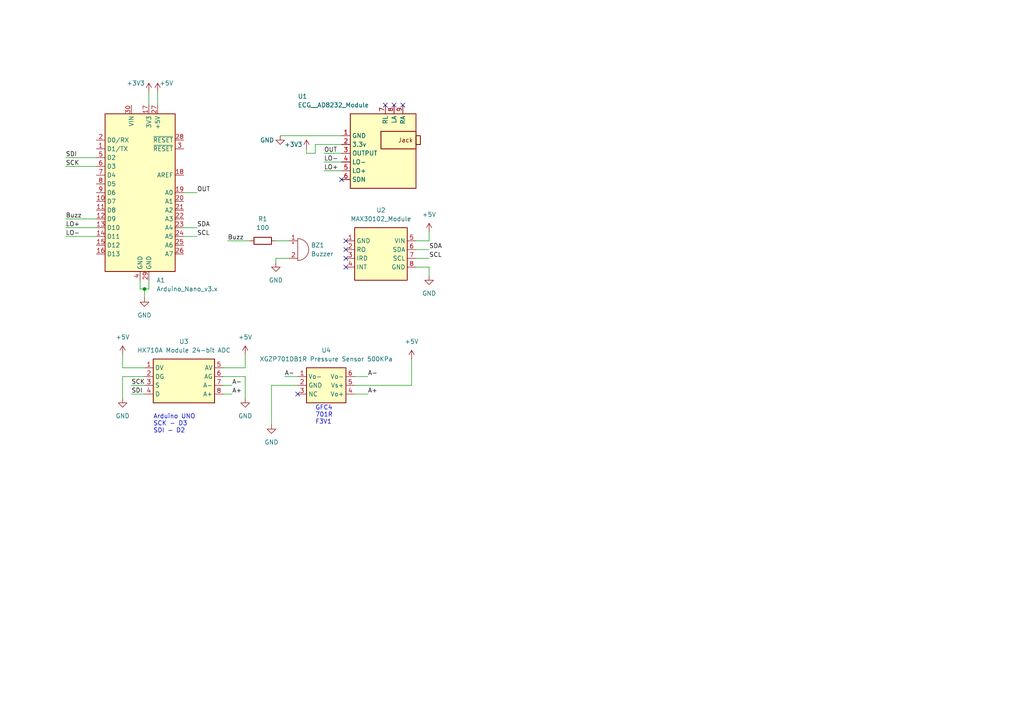
<source format=kicad_sch>
(kicad_sch (version 20230121) (generator eeschema)
  (paper "A4")
  (lib_symbols
    (symbol "Device:Buzzer" (pin_names (offset 0.0254) hide)
      (property "Reference" "BZ" (at 3.81 1.27 0))
      (property "Value" "Buzzer" (at 3.81 -1.27 0))
      (symbol "Buzzer_0_1"
        (arc (start 0 -3.175) (mid 3.1612 0) (end 0 3.175))
        (polyline (pts (xy -1.651 1.905) (xy -1.143 1.905)))
        (polyline (pts (xy -1.397 2.159) (xy -1.397 1.651)))
        (polyline (pts (xy 0 3.175) (xy 0 -3.175)))
      )
      (symbol "Buzzer_1_1"
        (pin passive line (at -2.54 2.54 0) (length 2.54) (name "-") (number "1"))
        (pin passive line (at -2.54 -2.54 0) (length 2.54) (name "+") (number "2"))
      )
    )
    (symbol "Device:R" (pin_numbers hide) (pin_names (offset 0))
      (property "Reference" "R" (at 2.032 0 90))
      (property "Value" "R" (at 0 0 90))
      (symbol "R_0_1"
        (rectangle (start -1.016 -2.54) (end 1.016 2.54) (stroke (width 0.254)))
      )
      (symbol "R_1_1"
        (pin passive line (at 0 3.81 270) (length 1.27) (name "~") (number "1"))
        (pin passive line (at 0 -3.81 90) (length 1.27) (name "~") (number "2"))
      )
    )
    (symbol "MCU_Module:Arduino_Nano_v3.x"
      (property "Reference" "A" (at -10.16 23.495 0))
      (property "Value" "Arduino_Nano_v3.x" (at 5.08 -24.13 0))
      (symbol "Arduino_Nano_v3.x_0_1"
        (rectangle (start -10.16 22.86) (end 10.16 -22.86) (stroke (width 0.254)) (fill (type background)))
      )
      (symbol "Arduino_Nano_v3.x_1_1"
        (pin bidirectional line (at -12.7 12.7 0) (length 2.54) (name "D1/TX") (number "1"))
        (pin bidirectional line (at -12.7 -2.54 0) (length 2.54) (name "D7") (number "10"))
        (pin bidirectional line (at -12.7 -5.08 0) (length 2.54) (name "D8") (number "11"))
        (pin bidirectional line (at -12.7 -7.62 0) (length 2.54) (name "D9") (number "12"))
        (pin bidirectional line (at -12.7 -10.16 0) (length 2.54) (name "D10") (number "13"))
        (pin bidirectional line (at -12.7 -12.7 0) (length 2.54) (name "D11") (number "14"))
        (pin bidirectional line (at -12.7 -15.24 0) (length 2.54) (name "D12") (number "15"))
        (pin bidirectional line (at -12.7 -17.78 0) (length 2.54) (name "D13") (number "16"))
        (pin power_out line (at 2.54 25.4 270) (length 2.54) (name "3V3") (number "17"))
        (pin input line (at 12.7 5.08 180) (length 2.54) (name "AREF") (number "18"))
        (pin bidirectional line (at 12.7 0 180) (length 2.54) (name "A0") (number "19"))
        (pin bidirectional line (at -12.7 15.24 0) (length 2.54) (name "D0/RX") (number "2"))
        (pin bidirectional line (at 12.7 -2.54 180) (length 2.54) (name "A1") (number "20"))
        (pin bidirectional line (at 12.7 -5.08 180) (length 2.54) (name "A2") (number "21"))
        (pin bidirectional line (at 12.7 -7.62 180) (length 2.54) (name "A3") (number "22"))
        (pin bidirectional line (at 12.7 -10.16 180) (length 2.54) (name "A4") (number "23"))
        (pin bidirectional line (at 12.7 -12.7 180) (length 2.54) (name "A5") (number "24"))
        (pin bidirectional line (at 12.7 -15.24 180) (length 2.54) (name "A6") (number "25"))
        (pin bidirectional line (at 12.7 -17.78 180) (length 2.54) (name "A7") (number "26"))
        (pin power_out line (at 5.08 25.4 270) (length 2.54) (name "+5V") (number "27"))
        (pin input line (at 12.7 15.24 180) (length 2.54) (name "~{RESET}") (number "28"))
        (pin power_in line (at 2.54 -25.4 90) (length 2.54) (name "GND") (number "29"))
        (pin input line (at 12.7 12.7 180) (length 2.54) (name "~{RESET}") (number "3"))
        (pin power_in line (at -2.54 25.4 270) (length 2.54) (name "VIN") (number "30"))
        (pin power_in line (at 0 -25.4 90) (length 2.54) (name "GND") (number "4"))
        (pin bidirectional line (at -12.7 10.16 0) (length 2.54) (name "D2") (number "5"))
        (pin bidirectional line (at -12.7 7.62 0) (length 2.54) (name "D3") (number "6"))
        (pin bidirectional line (at -12.7 5.08 0) (length 2.54) (name "D4") (number "7"))
        (pin bidirectional line (at -12.7 2.54 0) (length 2.54) (name "D5") (number "8"))
        (pin bidirectional line (at -12.7 0 0) (length 2.54) (name "D6") (number "9"))
      )
    )
    (symbol "New_Library:ECG__AD8232_Module"
      (property "Reference" "U" (at -8.89 11.43 0))
      (property "Value" "ECG__AD8232_Module" (at 0 -13.97 0))
      (symbol "ECG__AD8232_Module_0_0"
        (text "Jack " (at 6.35 2.54 0) (effects (font (size 1.27 1.27))))
      )
      (symbol "ECG__AD8232_Module_0_1"
        (rectangle (start -10.16 10.16) (end 8.89 -11.43) (stroke (width 0.254)) (fill (type background)))
        (rectangle (start -1.27 5.08) (end 8.89 0) (stroke (width 0.254)))
        (rectangle (start 8.89 3.81) (end 10.16 1.27) (stroke (width 0.254)) (fill (type background)))
      )
      (symbol "ECG__AD8232_Module_1_1"
        (pin power_in line (at -12.7 3.81 0) (length 2.54) (name "GND") (number "1"))
        (pin power_in line (at -12.7 1.27 0) (length 2.54) (name "3.3v") (number "2"))
        (pin output line (at -12.7 -1.27 0) (length 2.54) (name "OUTPUT") (number "3"))
        (pin bidirectional line (at -12.7 -3.81 0) (length 2.54) (name "LO-") (number "4"))
        (pin bidirectional line (at -12.7 -6.35 0) (length 2.54) (name "LO+") (number "5"))
        (pin bidirectional line (at -12.7 -8.89 0) (length 2.54) (name "SDN") (number "6"))
        (pin input line (at 0 12.7 270) (length 2.54) (name "RL") (number "7"))
        (pin input line (at 2.54 12.7 270) (length 2.54) (name "LA") (number "8"))
        (pin input line (at 5.08 12.7 270) (length 2.54) (name "RA") (number "9"))
      )
    )
    (symbol "New_Library:HX710A Module 24-bit ADC"
      (property "Reference" "U" (at -11.43 8.89 0))
      (property "Value" "HX710A Module 24-bit ADC" (at -3.81 6.35 0))
      (symbol "HX710A Module 24-bit ADC_0_1"
        (rectangle (start -12.7 3.81) (end 5.08 -8.89) (stroke (width 0.254)) (fill (type background)))
      )
      (symbol "HX710A Module 24-bit ADC_1_1"
        (pin bidirectional line (at -15.24 1.27 0) (length 2.54) (name "DV") (number "1"))
        (pin bidirectional line (at -15.24 -1.27 0) (length 2.54) (name "DG") (number "2"))
        (pin bidirectional line (at -15.24 -3.81 0) (length 2.54) (name "S") (number "3"))
        (pin bidirectional line (at -15.24 -6.35 0) (length 2.54) (name "D") (number "4"))
        (pin bidirectional line (at 7.62 1.27 180) (length 2.54) (name "AV") (number "5"))
        (pin bidirectional line (at 7.62 -1.27 180) (length 2.54) (name "AG") (number "6"))
        (pin bidirectional line (at 7.62 -3.81 180) (length 2.54) (name "A-") (number "7"))
        (pin bidirectional line (at 7.62 -6.35 180) (length 2.54) (name "A+") (number "8"))
      )
    )
    (symbol "New_Library:MAX30102_Module"
      (property "Reference" "U" (at -11.43 8.89 0))
      (property "Value" "MAX30102_Module" (at -3.81 6.35 0))
      (symbol "MAX30102_Module_0_1"
        (rectangle (start -12.7 5.08) (end 2.54 -10.16) (stroke (width 0.254)) (fill (type background)))
      )
      (symbol "MAX30102_Module_1_1"
        (pin power_in line (at -15.24 1.27 0) (length 2.54) (name "GND") (number "1"))
        (pin bidirectional line (at -15.24 -1.27 0) (length 2.54) (name "RO") (number "2"))
        (pin bidirectional line (at -15.24 -3.81 0) (length 2.54) (name "IRD") (number "3"))
        (pin bidirectional line (at -15.24 -6.35 0) (length 2.54) (name "INT") (number "4"))
        (pin power_in line (at 5.08 1.27 180) (length 2.54) (name "VIN") (number "5"))
        (pin bidirectional line (at 5.08 -1.27 180) (length 2.54) (name "SDA") (number "6"))
        (pin bidirectional line (at 5.08 -3.81 180) (length 2.54) (name "SCL") (number "7"))
        (pin power_in line (at 5.08 -6.35 180) (length 2.54) (name "GND") (number "8"))
      )
    )
    (symbol "New_Library:XGZP701DB1R Pressure Sensor 500KPa"
      (property "Reference" "U" (at -11.43 8.89 0))
      (property "Value" "XGZP701DB1R Pressure Sensor 500KPa" (at -3.81 6.35 0))
      (symbol "XGZP701DB1R Pressure Sensor 500KPa_0_1"
        (rectangle (start -12.7 3.81) (end -1.27 -6.35) (stroke (width 0.254)) (fill (type background)))
      )
      (symbol "XGZP701DB1R Pressure Sensor 500KPa_1_1"
        (pin bidirectional line (at -15.24 1.27 0) (length 2.54) (name "Vo-") (number "1"))
        (pin bidirectional line (at -15.24 -1.27 0) (length 2.54) (name "GND") (number "2"))
        (pin bidirectional line (at -15.24 -3.81 0) (length 2.54) (name "NC") (number "3"))
        (pin bidirectional line (at 1.27 -3.81 180) (length 2.54) (name "Vo+") (number "4"))
        (pin bidirectional line (at 1.27 -1.27 180) (length 2.54) (name "Vs+") (number "5"))
        (pin bidirectional line (at 1.27 1.27 180) (length 2.54) (name "Vo-") (number "6"))
      )
    )
    (symbol "power:+3V3" (power) (pin_names (offset 0))
      (property "Value" "+3V3" (at 0 3.556 0))
      (symbol "+3V3_0_1"
        (polyline (pts (xy -0.762 1.27) (xy 0 2.54)))
        (polyline (pts (xy 0 0) (xy 0 2.54)))
        (polyline (pts (xy 0 2.54) (xy 0.762 1.27)))
      )
      (symbol "+3V3_1_1"
        (pin power_in line (at 0 0 90) (length 0) hide (name "+3V3") (number "1"))
      )
    )
    (symbol "power:+5V" (power) (pin_names (offset 0))
      (property "Value" "+5V" (at 0 3.556 0))
      (symbol "+5V_0_1"
        (polyline (pts (xy -0.762 1.27) (xy 0 2.54)))
        (polyline (pts (xy 0 0) (xy 0 2.54)))
        (polyline (pts (xy 0 2.54) (xy 0.762 1.27)))
      )
      (symbol "+5V_1_1"
        (pin power_in line (at 0 0 90) (length 0) hide (name "+5V") (number "1"))
      )
    )
    (symbol "power:GND" (power) (pin_names (offset 0))
      (property "Value" "GND" (at 0 -3.81 0))
      (symbol "GND_0_1"
        (polyline (pts (xy 0 0) (xy 0 -1.27) (xy 1.27 -1.27) (xy 0 -2.54) (xy -1.27 -1.27) (xy 0 -1.27)))
      )
      (symbol "GND_1_1"
        (pin power_in line (at 0 0 270) (length 0) hide (name "GND") (number "1"))
      )
    )
  )
  (junction (at 41.91 83.82))
  (no_connect (at 111.76 30.48))
  (no_connect (at 116.84 30.48))
  (no_connect (at 86.36 114.3))
  (no_connect (at 114.3 30.48))
  (no_connect (at 100.33 77.47))
  (no_connect (at 100.33 74.93))
  (no_connect (at 100.33 72.39))
  (no_connect (at 99.06 52.07))
  (no_connect (at 100.33 69.85))
  (wire (pts (xy 40.64 81.28) (xy 40.64 83.82)))
  (wire (pts (xy 93.98 46.99) (xy 99.06 46.99)))
  (wire (pts (xy 120.65 72.39) (xy 124.46 72.39)))
  (wire (pts (xy 35.56 109.22) (xy 35.56 115.57)))
  (wire (pts (xy 40.64 83.82) (xy 41.91 83.82)))
  (wire (pts (xy 64.77 106.68) (xy 71.12 106.68)))
  (wire (pts (xy 120.65 69.85) (xy 124.46 69.85)))
  (wire (pts (xy 53.34 55.88) (xy 57.15 55.88)))
  (wire (pts (xy 71.12 102.87) (xy 71.12 106.68)))
  (wire (pts (xy 43.18 26.67) (xy 43.18 30.48)))
  (wire (pts (xy 19.05 48.26) (xy 27.94 48.26)))
  (wire (pts (xy 53.34 66.04) (xy 57.15 66.04)))
  (wire (pts (xy 35.56 102.87) (xy 35.56 106.68)))
  (wire (pts (xy 93.98 49.53) (xy 99.06 49.53)))
  (wire (pts (xy 102.87 111.76) (xy 119.38 111.76)))
  (wire (pts (xy 80.01 74.93) (xy 80.01 76.2)))
  (wire (pts (xy 38.1 111.76) (xy 41.91 111.76)))
  (wire (pts (xy 41.91 83.82) (xy 43.18 83.82)))
  (wire (pts (xy 88.9 44.45) (xy 91.44 44.45)))
  (wire (pts (xy 43.18 83.82) (xy 43.18 81.28)))
  (wire (pts (xy 45.72 26.67) (xy 45.72 30.48)))
  (wire (pts (xy 81.28 39.37) (xy 99.06 39.37)))
  (wire (pts (xy 38.1 114.3) (xy 41.91 114.3)))
  (wire (pts (xy 71.12 109.22) (xy 71.12 115.57)))
  (wire (pts (xy 124.46 77.47) (xy 124.46 80.01)))
  (wire (pts (xy 64.77 109.22) (xy 71.12 109.22)))
  (wire (pts (xy 41.91 106.68) (xy 35.56 106.68)))
  (wire (pts (xy 83.82 74.93) (xy 80.01 74.93)))
  (wire (pts (xy 19.05 63.5) (xy 27.94 63.5)))
  (wire (pts (xy 19.05 45.72) (xy 27.94 45.72)))
  (wire (pts (xy 64.77 111.76) (xy 67.31 111.76)))
  (wire (pts (xy 35.56 109.22) (xy 41.91 109.22)))
  (wire (pts (xy 78.74 111.76) (xy 78.74 123.19)))
  (wire (pts (xy 64.77 114.3) (xy 67.31 114.3)))
  (wire (pts (xy 86.36 111.76) (xy 78.74 111.76)))
  (wire (pts (xy 102.87 114.3) (xy 106.68 114.3)))
  (wire (pts (xy 120.65 74.93) (xy 124.46 74.93)))
  (wire (pts (xy 120.65 77.47) (xy 124.46 77.47)))
  (wire (pts (xy 66.04 69.85) (xy 72.39 69.85)))
  (wire (pts (xy 82.55 109.22) (xy 86.36 109.22)))
  (wire (pts (xy 91.44 41.91) (xy 99.06 41.91)))
  (wire (pts (xy 124.46 67.31) (xy 124.46 69.85)))
  (wire (pts (xy 41.91 83.82) (xy 41.91 86.36)))
  (wire (pts (xy 80.01 69.85) (xy 83.82 69.85)))
  (wire (pts (xy 119.38 104.14) (xy 119.38 111.76)))
  (wire (pts (xy 19.05 66.04) (xy 27.94 66.04)))
  (wire (pts (xy 93.98 44.45) (xy 99.06 44.45)))
  (wire (pts (xy 102.87 109.22) (xy 106.68 109.22)))
  (wire (pts (xy 19.05 68.58) (xy 27.94 68.58)))
  (wire (pts (xy 88.9 43.18) (xy 88.9 44.45)))
  (wire (pts (xy 91.44 44.45) (xy 91.44 41.91)))
  (wire (pts (xy 53.34 68.58) (xy 57.15 68.58)))
  (text "GFC4\n701R\nF3V1" (at 91.44 123.19 0) (effects (font (size 1.27 1.27)) (justify left bottom)))
  (text "Arduino UNO\nSCK - D3\nSDI - D2" (at 44.45 125.73 0) (effects (font (size 1.27 1.27)) (justify left bottom)))
  (label "SDA" (at 57.15 66.04 0))
  (label "A-" (at 67.31 111.76 0))
  (label "LO-" (at 19.05 68.58 0))
  (label "SCK" (at 38.1 111.76 0))
  (label "Buzz" (at 66.04 69.85 0))
  (label "OUT" (at 57.15 55.88 0))
  (label "A-" (at 106.68 109.22 0))
  (label "SCL" (at 57.15 68.58 0))
  (label "Buzz" (at 19.05 63.5 0))
  (label "SDA" (at 124.46 72.39 0))
  (label "SCL" (at 124.46 74.93 0))
  (label "SDI" (at 38.1 114.3 0))
  (label "LO+" (at 93.98 49.53 0))
  (label "OUT" (at 93.98 44.45 0))
  (label "LO-" (at 93.98 46.99 0))
  (label "SDI" (at 19.05 45.72 0))
  (label "A+" (at 67.31 114.3 0))
  (label "A-" (at 82.55 109.22 0))
  (label "SCK" (at 19.05 48.26 0))
  (label "A+" (at 106.68 114.3 0))
  (label "LO+" (at 19.05 66.04 0))
  (symbol (lib_id "Device:Buzzer") (at 86.36 72.39 0) (unit 1)
    (property "Reference" "BZ1" (at 90.17 71.1199 0) (effects (justify left)))
    (property "Value" "Buzzer" (at 90.17 73.6599 0) (effects (justify left)))
  )
  (symbol (lib_id "MCU_Module:Arduino_Nano_v3.x") (at 40.64 55.88 0) (unit 1)
    (property "Reference" "A1" (at 45.3741 81.28 0) (effects (justify left)))
    (property "Value" "Arduino_Nano_v3.x" (at 45.3741 83.82 0) (effects (justify left)))
    (property "Footprint" "Module:Arduino_Nano" (effects hide))
    (property "Datasheet" "http://www.mouser.com/pdfdocs/Gravitech_Arduino_Nano3_0.pdf" (effects hide))
  )
  (symbol (lib_id "power:+3V3") (at 88.9 43.18 0) (unit 1)
    (property "Reference" "#PWR06" (effects hide))
    (property "Value" "+3V3" (at 85.09 41.91 0))
  )
  (symbol (lib_id "power:GND") (at 81.28 39.37 0) (unit 1)
    (property "Reference" "#PWR05" (effects hide))
    (property "Value" "GND" (at 77.47 40.64 0))
  )
  (symbol (lib_id "power:+5V") (at 119.38 104.14 0) (unit 1)
    (property "Reference" "#PWR014" (effects hide))
    (property "Value" "+5V" (at 119.38 99.06 0))
  )
  (symbol (lib_id "power:+5V") (at 45.72 26.67 0) (unit 1)
    (property "Reference" "#PWR03" (effects hide))
    (property "Value" "+5V" (at 48.26 24.13 0))
  )
  (symbol (lib_id "power:+5V") (at 35.56 102.87 0) (unit 1)
    (property "Reference" "#PWR09" (effects hide))
    (property "Value" "+5V" (at 35.56 97.79 0))
  )
  (symbol (lib_id "New_Library:MAX30102_Module") (at 115.57 71.12 0) (unit 1)
    (property "Reference" "U2" (at 110.49 60.96 0))
    (property "Value" "MAX30102_Module" (at 110.49 63.5 0))
  )
  (symbol (lib_id "power:GND") (at 35.56 115.57 0) (unit 1)
    (property "Reference" "#PWR010" (effects hide))
    (property "Value" "GND" (at 35.56 120.65 0))
  )
  (symbol (lib_id "power:+5V") (at 124.46 67.31 0) (unit 1)
    (property "Reference" "#PWR07" (effects hide))
    (property "Value" "+5V" (at 124.46 62.23 0))
  )
  (symbol (lib_id "Device:R") (at 76.2 69.85 90) (unit 1)
    (property "Reference" "R1" (at 76.2 63.5 90))
    (property "Value" "100" (at 76.2 66.04 90))
  )
  (symbol (lib_id "power:+5V") (at 71.12 102.87 0) (unit 1)
    (property "Reference" "#PWR011" (effects hide))
    (property "Value" "+5V" (at 71.12 97.79 0))
  )
  (symbol (lib_id "New_Library:ECG__AD8232_Module") (at 111.76 43.18 0) (unit 1)
    (property "Reference" "U1" (at 86.36 27.94 0) (effects (justify left)))
    (property "Value" "ECG__AD8232_Module" (at 86.36 30.48 0) (effects (justify left)))
  )
  (symbol (lib_id "power:GND") (at 80.01 76.2 0) (unit 1)
    (property "Reference" "#PWR04" (effects hide))
    (property "Value" "GND" (at 80.01 81.28 0))
  )
  (symbol (lib_id "power:+3V3") (at 43.18 26.67 0) (unit 1)
    (property "Reference" "#PWR02" (effects hide))
    (property "Value" "+3V3" (at 39.37 24.13 0))
  )
  (symbol (lib_id "New_Library:XGZP701DB1R Pressure Sensor 500KPa") (at 101.6 110.49 0) (unit 1)
    (property "Reference" "U4" (at 94.615 101.6 0))
    (property "Value" "XGZP701DB1R Pressure Sensor 500KPa" (at 94.615 104.14 0))
  )
  (symbol (lib_id "power:GND") (at 78.74 123.19 0) (unit 1)
    (property "Reference" "#PWR013" (effects hide))
    (property "Value" "GND" (at 78.74 128.27 0))
  )
  (symbol (lib_id "power:GND") (at 124.46 80.01 0) (unit 1)
    (property "Reference" "#PWR08" (effects hide))
    (property "Value" "GND" (at 124.46 85.09 0))
  )
  (symbol (lib_id "power:GND") (at 71.12 115.57 0) (unit 1)
    (property "Reference" "#PWR012" (effects hide))
    (property "Value" "GND" (at 71.12 120.65 0))
  )
  (symbol (lib_id "power:GND") (at 41.91 86.36 0) (unit 1)
    (property "Reference" "#PWR01" (effects hide))
    (property "Value" "GND" (at 41.91 91.44 0))
  )
  (symbol (lib_id "New_Library:HX710A Module 24-bit ADC") (at 57.15 107.95 0) (unit 1)
    (property "Reference" "U3" (at 53.34 99.06 0))
    (property "Value" "HX710A Module 24-bit ADC" (at 53.34 101.6 0))
  )
)
</source>
